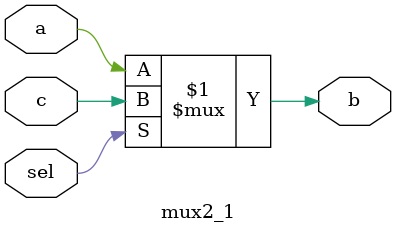
<source format=v>
module mux2_1(input a, c, sel, output b);
  assign b = sel ? c : a;
endmodule

</source>
